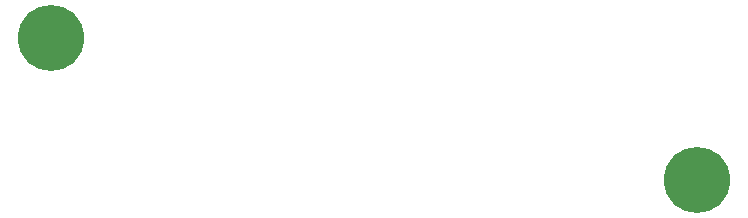
<source format=gbr>
%TF.GenerationSoftware,KiCad,Pcbnew,(7.99.0-267-g8440d7258b)*%
%TF.CreationDate,2023-05-05T12:14:14-07:00*%
%TF.ProjectId,1_2og_lightbar,315f326f-675f-46c6-9967-68746261722e,rev?*%
%TF.SameCoordinates,Original*%
%TF.FileFunction,Soldermask,Bot*%
%TF.FilePolarity,Negative*%
%FSLAX46Y46*%
G04 Gerber Fmt 4.6, Leading zero omitted, Abs format (unit mm)*
G04 Created by KiCad (PCBNEW (7.99.0-267-g8440d7258b)) date 2023-05-05 12:14:14*
%MOMM*%
%LPD*%
G01*
G04 APERTURE LIST*
%ADD10C,3.600000*%
%ADD11C,5.600000*%
G04 APERTURE END LIST*
D10*
%TO.C,H2*%
X77597000Y-32385000D03*
D11*
X77597000Y-32385000D03*
%TD*%
D10*
%TO.C,H1*%
X22879961Y-20362871D03*
D11*
X22879961Y-20362871D03*
%TD*%
M02*

</source>
